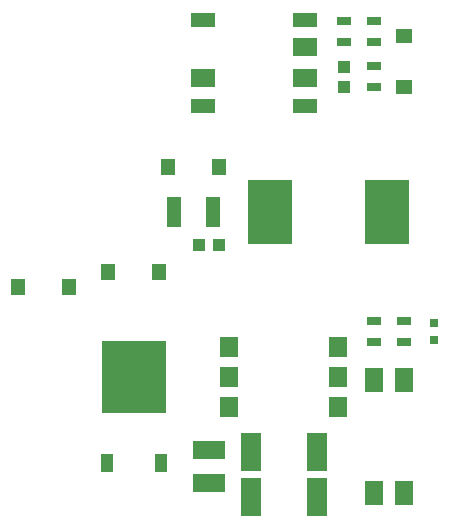
<source format=gtp>
G75*
G70*
%OFA0B0*%
%FSLAX24Y24*%
%IPPOS*%
%LPD*%
%AMOC8*
5,1,8,0,0,1.08239X$1,22.5*
%
%ADD10R,0.0433X0.0394*%
%ADD11R,0.0500X0.0579*%
%ADD12R,0.0800X0.0460*%
%ADD13R,0.0800X0.0600*%
%ADD14R,0.0394X0.0433*%
%ADD15R,0.0472X0.0315*%
%ADD16R,0.0579X0.0500*%
%ADD17R,0.0472X0.0984*%
%ADD18R,0.0709X0.1260*%
%ADD19R,0.0598X0.0701*%
%ADD20R,0.0315X0.0315*%
%ADD21R,0.0630X0.0787*%
%ADD22R,0.1063X0.0630*%
%ADD23R,0.1516X0.2165*%
%ADD24R,0.2126X0.2441*%
%ADD25R,0.0394X0.0630*%
D10*
X007728Y010988D03*
X008397Y010988D03*
D11*
X006409Y010088D03*
X004716Y010088D03*
X003409Y009588D03*
X001716Y009588D03*
X006716Y013588D03*
X008409Y013588D03*
D12*
X007863Y015620D03*
X007863Y018480D03*
X011263Y018480D03*
X011263Y015620D03*
D13*
X011263Y016548D03*
X011263Y017558D03*
X007863Y016548D03*
D14*
X012563Y016253D03*
X012563Y016922D03*
D15*
X012563Y017733D03*
X012563Y018442D03*
X013563Y018442D03*
X013563Y017733D03*
X013563Y016942D03*
X013563Y016233D03*
X013563Y008442D03*
X013563Y007733D03*
X014563Y007733D03*
X014563Y008442D03*
D16*
X014563Y016241D03*
X014563Y017934D03*
D17*
X008212Y012088D03*
X006913Y012088D03*
D18*
X009460Y004088D03*
X009460Y002588D03*
X011665Y002588D03*
X011665Y004088D03*
D19*
X012391Y005588D03*
X012391Y006588D03*
X012391Y007588D03*
X008734Y007588D03*
X008734Y006588D03*
X008734Y005588D03*
D20*
X015563Y007792D03*
X015563Y008383D03*
D21*
X014563Y006465D03*
X013563Y006465D03*
X013563Y002710D03*
X014563Y002710D03*
D22*
X008063Y003036D03*
X008063Y004139D03*
D23*
X010104Y012088D03*
X014021Y012088D03*
D24*
X005563Y006572D03*
D25*
X004665Y003698D03*
X006460Y003698D03*
M02*

</source>
